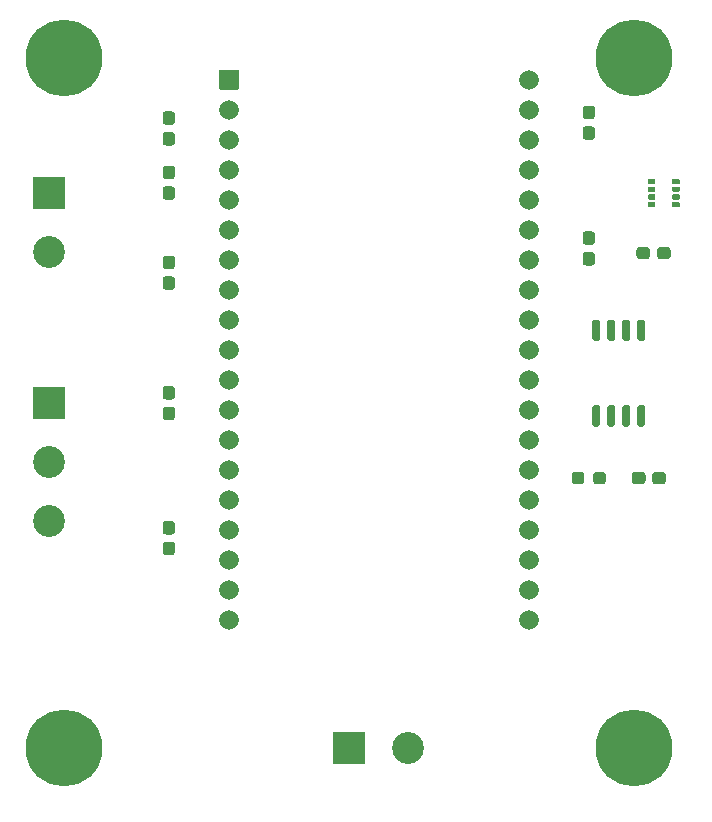
<source format=gbr>
%TF.GenerationSoftware,KiCad,Pcbnew,5.1.9*%
%TF.CreationDate,2021-03-30T17:04:31-04:00*%
%TF.ProjectId,weather_station,77656174-6865-4725-9f73-746174696f6e,rev?*%
%TF.SameCoordinates,Original*%
%TF.FileFunction,Soldermask,Top*%
%TF.FilePolarity,Negative*%
%FSLAX46Y46*%
G04 Gerber Fmt 4.6, Leading zero omitted, Abs format (unit mm)*
G04 Created by KiCad (PCBNEW 5.1.9) date 2021-03-30 17:04:31*
%MOMM*%
%LPD*%
G01*
G04 APERTURE LIST*
%ADD10C,6.500000*%
%ADD11C,2.700000*%
%ADD12C,1.660000*%
G04 APERTURE END LIST*
%TO.C,C3*%
G36*
G01*
X122182500Y-93680000D02*
X121657500Y-93680000D01*
G75*
G02*
X121395000Y-93417500I0J262500D01*
G01*
X121395000Y-92792500D01*
G75*
G02*
X121657500Y-92530000I262500J0D01*
G01*
X122182500Y-92530000D01*
G75*
G02*
X122445000Y-92792500I0J-262500D01*
G01*
X122445000Y-93417500D01*
G75*
G02*
X122182500Y-93680000I-262500J0D01*
G01*
G37*
G36*
G01*
X122182500Y-95430000D02*
X121657500Y-95430000D01*
G75*
G02*
X121395000Y-95167500I0J262500D01*
G01*
X121395000Y-94542500D01*
G75*
G02*
X121657500Y-94280000I262500J0D01*
G01*
X122182500Y-94280000D01*
G75*
G02*
X122445000Y-94542500I0J-262500D01*
G01*
X122445000Y-95167500D01*
G75*
G02*
X122182500Y-95430000I-262500J0D01*
G01*
G37*
%TD*%
%TO.C,R5*%
G36*
G01*
X121657500Y-83245000D02*
X122182500Y-83245000D01*
G75*
G02*
X122445000Y-83507500I0J-262500D01*
G01*
X122445000Y-84132500D01*
G75*
G02*
X122182500Y-84395000I-262500J0D01*
G01*
X121657500Y-84395000D01*
G75*
G02*
X121395000Y-84132500I0J262500D01*
G01*
X121395000Y-83507500D01*
G75*
G02*
X121657500Y-83245000I262500J0D01*
G01*
G37*
G36*
G01*
X121657500Y-81495000D02*
X122182500Y-81495000D01*
G75*
G02*
X122445000Y-81757500I0J-262500D01*
G01*
X122445000Y-82382500D01*
G75*
G02*
X122182500Y-82645000I-262500J0D01*
G01*
X121657500Y-82645000D01*
G75*
G02*
X121395000Y-82382500I0J262500D01*
G01*
X121395000Y-81757500D01*
G75*
G02*
X121657500Y-81495000I262500J0D01*
G01*
G37*
%TD*%
%TO.C,R4*%
G36*
G01*
X122182500Y-105110000D02*
X121657500Y-105110000D01*
G75*
G02*
X121395000Y-104847500I0J262500D01*
G01*
X121395000Y-104222500D01*
G75*
G02*
X121657500Y-103960000I262500J0D01*
G01*
X122182500Y-103960000D01*
G75*
G02*
X122445000Y-104222500I0J-262500D01*
G01*
X122445000Y-104847500D01*
G75*
G02*
X122182500Y-105110000I-262500J0D01*
G01*
G37*
G36*
G01*
X122182500Y-106860000D02*
X121657500Y-106860000D01*
G75*
G02*
X121395000Y-106597500I0J262500D01*
G01*
X121395000Y-105972500D01*
G75*
G02*
X121657500Y-105710000I262500J0D01*
G01*
X122182500Y-105710000D01*
G75*
G02*
X122445000Y-105972500I0J-262500D01*
G01*
X122445000Y-106597500D01*
G75*
G02*
X122182500Y-106860000I-262500J0D01*
G01*
G37*
%TD*%
%TO.C,R3*%
G36*
G01*
X121657500Y-75625000D02*
X122182500Y-75625000D01*
G75*
G02*
X122445000Y-75887500I0J-262500D01*
G01*
X122445000Y-76512500D01*
G75*
G02*
X122182500Y-76775000I-262500J0D01*
G01*
X121657500Y-76775000D01*
G75*
G02*
X121395000Y-76512500I0J262500D01*
G01*
X121395000Y-75887500D01*
G75*
G02*
X121657500Y-75625000I262500J0D01*
G01*
G37*
G36*
G01*
X121657500Y-73875000D02*
X122182500Y-73875000D01*
G75*
G02*
X122445000Y-74137500I0J-262500D01*
G01*
X122445000Y-74762500D01*
G75*
G02*
X122182500Y-75025000I-262500J0D01*
G01*
X121657500Y-75025000D01*
G75*
G02*
X121395000Y-74762500I0J262500D01*
G01*
X121395000Y-74137500D01*
G75*
G02*
X121657500Y-73875000I262500J0D01*
G01*
G37*
%TD*%
%TO.C,C1*%
G36*
G01*
X122182500Y-70425000D02*
X121657500Y-70425000D01*
G75*
G02*
X121395000Y-70162500I0J262500D01*
G01*
X121395000Y-69537500D01*
G75*
G02*
X121657500Y-69275000I262500J0D01*
G01*
X122182500Y-69275000D01*
G75*
G02*
X122445000Y-69537500I0J-262500D01*
G01*
X122445000Y-70162500D01*
G75*
G02*
X122182500Y-70425000I-262500J0D01*
G01*
G37*
G36*
G01*
X122182500Y-72175000D02*
X121657500Y-72175000D01*
G75*
G02*
X121395000Y-71912500I0J262500D01*
G01*
X121395000Y-71287500D01*
G75*
G02*
X121657500Y-71025000I262500J0D01*
G01*
X122182500Y-71025000D01*
G75*
G02*
X122445000Y-71287500I0J-262500D01*
G01*
X122445000Y-71912500D01*
G75*
G02*
X122182500Y-72175000I-262500J0D01*
G01*
G37*
%TD*%
%TO.C,C2*%
G36*
G01*
X161505000Y-81542500D02*
X161505000Y-81017500D01*
G75*
G02*
X161767500Y-80755000I262500J0D01*
G01*
X162392500Y-80755000D01*
G75*
G02*
X162655000Y-81017500I0J-262500D01*
G01*
X162655000Y-81542500D01*
G75*
G02*
X162392500Y-81805000I-262500J0D01*
G01*
X161767500Y-81805000D01*
G75*
G02*
X161505000Y-81542500I0J262500D01*
G01*
G37*
G36*
G01*
X163255000Y-81542500D02*
X163255000Y-81017500D01*
G75*
G02*
X163517500Y-80755000I262500J0D01*
G01*
X164142500Y-80755000D01*
G75*
G02*
X164405000Y-81017500I0J-262500D01*
G01*
X164405000Y-81542500D01*
G75*
G02*
X164142500Y-81805000I-262500J0D01*
G01*
X163517500Y-81805000D01*
G75*
G02*
X163255000Y-81542500I0J262500D01*
G01*
G37*
%TD*%
D10*
%TO.C,H1*%
X113030000Y-64770000D03*
%TD*%
%TO.C,H2*%
X161290000Y-123190000D03*
%TD*%
%TO.C,H3*%
X161290000Y-64770000D03*
%TD*%
%TO.C,H4*%
X113030000Y-123190000D03*
%TD*%
%TO.C,J3*%
G36*
G01*
X135810000Y-124490000D02*
X135810000Y-121890000D01*
G75*
G02*
X135860000Y-121840000I50000J0D01*
G01*
X138460000Y-121840000D01*
G75*
G02*
X138510000Y-121890000I0J-50000D01*
G01*
X138510000Y-124490000D01*
G75*
G02*
X138460000Y-124540000I-50000J0D01*
G01*
X135860000Y-124540000D01*
G75*
G02*
X135810000Y-124490000I0J50000D01*
G01*
G37*
D11*
X142160000Y-123190000D03*
%TD*%
%TO.C,R1*%
G36*
G01*
X157217500Y-68795000D02*
X157742500Y-68795000D01*
G75*
G02*
X158005000Y-69057500I0J-262500D01*
G01*
X158005000Y-69682500D01*
G75*
G02*
X157742500Y-69945000I-262500J0D01*
G01*
X157217500Y-69945000D01*
G75*
G02*
X156955000Y-69682500I0J262500D01*
G01*
X156955000Y-69057500D01*
G75*
G02*
X157217500Y-68795000I262500J0D01*
G01*
G37*
G36*
G01*
X157217500Y-70545000D02*
X157742500Y-70545000D01*
G75*
G02*
X158005000Y-70807500I0J-262500D01*
G01*
X158005000Y-71432500D01*
G75*
G02*
X157742500Y-71695000I-262500J0D01*
G01*
X157217500Y-71695000D01*
G75*
G02*
X156955000Y-71432500I0J262500D01*
G01*
X156955000Y-70807500D01*
G75*
G02*
X157217500Y-70545000I262500J0D01*
G01*
G37*
%TD*%
%TO.C,R2*%
G36*
G01*
X157742500Y-80585000D02*
X157217500Y-80585000D01*
G75*
G02*
X156955000Y-80322500I0J262500D01*
G01*
X156955000Y-79697500D01*
G75*
G02*
X157217500Y-79435000I262500J0D01*
G01*
X157742500Y-79435000D01*
G75*
G02*
X158005000Y-79697500I0J-262500D01*
G01*
X158005000Y-80322500D01*
G75*
G02*
X157742500Y-80585000I-262500J0D01*
G01*
G37*
G36*
G01*
X157742500Y-82335000D02*
X157217500Y-82335000D01*
G75*
G02*
X156955000Y-82072500I0J262500D01*
G01*
X156955000Y-81447500D01*
G75*
G02*
X157217500Y-81185000I262500J0D01*
G01*
X157742500Y-81185000D01*
G75*
G02*
X158005000Y-81447500I0J-262500D01*
G01*
X158005000Y-82072500D01*
G75*
G02*
X157742500Y-82335000I-262500J0D01*
G01*
G37*
%TD*%
%TO.C,U1*%
G36*
G01*
X163055000Y-77400000D02*
X162555000Y-77400000D01*
G75*
G02*
X162505000Y-77350000I0J50000D01*
G01*
X162505000Y-77000000D01*
G75*
G02*
X162555000Y-76950000I50000J0D01*
G01*
X163055000Y-76950000D01*
G75*
G02*
X163105000Y-77000000I0J-50000D01*
G01*
X163105000Y-77350000D01*
G75*
G02*
X163055000Y-77400000I-50000J0D01*
G01*
G37*
G36*
G01*
X163055000Y-76750000D02*
X162555000Y-76750000D01*
G75*
G02*
X162505000Y-76700000I0J50000D01*
G01*
X162505000Y-76350000D01*
G75*
G02*
X162555000Y-76300000I50000J0D01*
G01*
X163055000Y-76300000D01*
G75*
G02*
X163105000Y-76350000I0J-50000D01*
G01*
X163105000Y-76700000D01*
G75*
G02*
X163055000Y-76750000I-50000J0D01*
G01*
G37*
G36*
G01*
X163055000Y-76100000D02*
X162555000Y-76100000D01*
G75*
G02*
X162505000Y-76050000I0J50000D01*
G01*
X162505000Y-75700000D01*
G75*
G02*
X162555000Y-75650000I50000J0D01*
G01*
X163055000Y-75650000D01*
G75*
G02*
X163105000Y-75700000I0J-50000D01*
G01*
X163105000Y-76050000D01*
G75*
G02*
X163055000Y-76100000I-50000J0D01*
G01*
G37*
G36*
G01*
X163055000Y-75450000D02*
X162555000Y-75450000D01*
G75*
G02*
X162505000Y-75400000I0J50000D01*
G01*
X162505000Y-75050000D01*
G75*
G02*
X162555000Y-75000000I50000J0D01*
G01*
X163055000Y-75000000D01*
G75*
G02*
X163105000Y-75050000I0J-50000D01*
G01*
X163105000Y-75400000D01*
G75*
G02*
X163055000Y-75450000I-50000J0D01*
G01*
G37*
G36*
G01*
X165104999Y-75450000D02*
X164604999Y-75450000D01*
G75*
G02*
X164554999Y-75400000I0J50000D01*
G01*
X164554999Y-75050000D01*
G75*
G02*
X164604999Y-75000000I50000J0D01*
G01*
X165104999Y-75000000D01*
G75*
G02*
X165154999Y-75050000I0J-50000D01*
G01*
X165154999Y-75400000D01*
G75*
G02*
X165104999Y-75450000I-50000J0D01*
G01*
G37*
G36*
G01*
X165104999Y-76100000D02*
X164604999Y-76100000D01*
G75*
G02*
X164554999Y-76050000I0J50000D01*
G01*
X164554999Y-75700000D01*
G75*
G02*
X164604999Y-75650000I50000J0D01*
G01*
X165104999Y-75650000D01*
G75*
G02*
X165154999Y-75700000I0J-50000D01*
G01*
X165154999Y-76050000D01*
G75*
G02*
X165104999Y-76100000I-50000J0D01*
G01*
G37*
G36*
G01*
X165104999Y-76750000D02*
X164604999Y-76750000D01*
G75*
G02*
X164554999Y-76700000I0J50000D01*
G01*
X164554999Y-76350000D01*
G75*
G02*
X164604999Y-76300000I50000J0D01*
G01*
X165104999Y-76300000D01*
G75*
G02*
X165154999Y-76350000I0J-50000D01*
G01*
X165154999Y-76700000D01*
G75*
G02*
X165104999Y-76750000I-50000J0D01*
G01*
G37*
G36*
G01*
X165104999Y-77400000D02*
X164604999Y-77400000D01*
G75*
G02*
X164554999Y-77350000I0J50000D01*
G01*
X164554999Y-77000000D01*
G75*
G02*
X164604999Y-76950000I50000J0D01*
G01*
X165104999Y-76950000D01*
G75*
G02*
X165154999Y-77000000I0J-50000D01*
G01*
X165154999Y-77350000D01*
G75*
G02*
X165104999Y-77400000I-50000J0D01*
G01*
G37*
%TD*%
%TO.C,U2*%
G36*
G01*
X126170000Y-67380000D02*
X126170000Y-65820000D01*
G75*
G02*
X126220000Y-65770000I50000J0D01*
G01*
X127780000Y-65770000D01*
G75*
G02*
X127830000Y-65820000I0J-50000D01*
G01*
X127830000Y-67380000D01*
G75*
G02*
X127780000Y-67430000I-50000J0D01*
G01*
X126220000Y-67430000D01*
G75*
G02*
X126170000Y-67380000I0J50000D01*
G01*
G37*
D12*
X127000000Y-69140000D03*
X127000000Y-112320000D03*
X127000000Y-71680000D03*
X127000000Y-74220000D03*
X127000000Y-76760000D03*
X127000000Y-79300000D03*
X127000000Y-81840000D03*
X127000000Y-84380000D03*
X127000000Y-86920000D03*
X127000000Y-89460000D03*
X127000000Y-92000000D03*
X127000000Y-94540000D03*
X127000000Y-97080000D03*
X127000000Y-99620000D03*
X127000000Y-102160000D03*
X127000000Y-104700000D03*
X127000000Y-107240000D03*
X127000000Y-109780000D03*
X152400000Y-66600000D03*
X152400000Y-69140000D03*
X152400000Y-71680000D03*
X152400000Y-74220000D03*
X152400000Y-76760000D03*
X152400000Y-79300000D03*
X152400000Y-81840000D03*
X152400000Y-84380000D03*
X152400000Y-86920000D03*
X152400000Y-89460000D03*
X152400000Y-92000000D03*
X152400000Y-94540000D03*
X152400000Y-97080000D03*
X152400000Y-99620000D03*
X152400000Y-102160000D03*
X152400000Y-104700000D03*
X152400000Y-107240000D03*
X152400000Y-109780000D03*
X152400000Y-112320000D03*
%TD*%
%TO.C,U3*%
G36*
G01*
X158290000Y-95965000D02*
X157940000Y-95965000D01*
G75*
G02*
X157765000Y-95790000I0J175000D01*
G01*
X157765000Y-94315000D01*
G75*
G02*
X157940000Y-94140000I175000J0D01*
G01*
X158290000Y-94140000D01*
G75*
G02*
X158465000Y-94315000I0J-175000D01*
G01*
X158465000Y-95790000D01*
G75*
G02*
X158290000Y-95965000I-175000J0D01*
G01*
G37*
G36*
G01*
X159560000Y-95965000D02*
X159210000Y-95965000D01*
G75*
G02*
X159035000Y-95790000I0J175000D01*
G01*
X159035000Y-94315000D01*
G75*
G02*
X159210000Y-94140000I175000J0D01*
G01*
X159560000Y-94140000D01*
G75*
G02*
X159735000Y-94315000I0J-175000D01*
G01*
X159735000Y-95790000D01*
G75*
G02*
X159560000Y-95965000I-175000J0D01*
G01*
G37*
G36*
G01*
X160830000Y-95965000D02*
X160480000Y-95965000D01*
G75*
G02*
X160305000Y-95790000I0J175000D01*
G01*
X160305000Y-94315000D01*
G75*
G02*
X160480000Y-94140000I175000J0D01*
G01*
X160830000Y-94140000D01*
G75*
G02*
X161005000Y-94315000I0J-175000D01*
G01*
X161005000Y-95790000D01*
G75*
G02*
X160830000Y-95965000I-175000J0D01*
G01*
G37*
G36*
G01*
X162100000Y-95965000D02*
X161750000Y-95965000D01*
G75*
G02*
X161575000Y-95790000I0J175000D01*
G01*
X161575000Y-94315000D01*
G75*
G02*
X161750000Y-94140000I175000J0D01*
G01*
X162100000Y-94140000D01*
G75*
G02*
X162275000Y-94315000I0J-175000D01*
G01*
X162275000Y-95790000D01*
G75*
G02*
X162100000Y-95965000I-175000J0D01*
G01*
G37*
G36*
G01*
X162100000Y-88740000D02*
X161750000Y-88740000D01*
G75*
G02*
X161575000Y-88565000I0J175000D01*
G01*
X161575000Y-87090000D01*
G75*
G02*
X161750000Y-86915000I175000J0D01*
G01*
X162100000Y-86915000D01*
G75*
G02*
X162275000Y-87090000I0J-175000D01*
G01*
X162275000Y-88565000D01*
G75*
G02*
X162100000Y-88740000I-175000J0D01*
G01*
G37*
G36*
G01*
X160830000Y-88740000D02*
X160480000Y-88740000D01*
G75*
G02*
X160305000Y-88565000I0J175000D01*
G01*
X160305000Y-87090000D01*
G75*
G02*
X160480000Y-86915000I175000J0D01*
G01*
X160830000Y-86915000D01*
G75*
G02*
X161005000Y-87090000I0J-175000D01*
G01*
X161005000Y-88565000D01*
G75*
G02*
X160830000Y-88740000I-175000J0D01*
G01*
G37*
G36*
G01*
X159560000Y-88740000D02*
X159210000Y-88740000D01*
G75*
G02*
X159035000Y-88565000I0J175000D01*
G01*
X159035000Y-87090000D01*
G75*
G02*
X159210000Y-86915000I175000J0D01*
G01*
X159560000Y-86915000D01*
G75*
G02*
X159735000Y-87090000I0J-175000D01*
G01*
X159735000Y-88565000D01*
G75*
G02*
X159560000Y-88740000I-175000J0D01*
G01*
G37*
G36*
G01*
X158290000Y-88740000D02*
X157940000Y-88740000D01*
G75*
G02*
X157765000Y-88565000I0J175000D01*
G01*
X157765000Y-87090000D01*
G75*
G02*
X157940000Y-86915000I175000J0D01*
G01*
X158290000Y-86915000D01*
G75*
G02*
X158465000Y-87090000I0J-175000D01*
G01*
X158465000Y-88565000D01*
G75*
G02*
X158290000Y-88740000I-175000J0D01*
G01*
G37*
%TD*%
%TO.C,C4*%
G36*
G01*
X161110000Y-100592500D02*
X161110000Y-100067500D01*
G75*
G02*
X161372500Y-99805000I262500J0D01*
G01*
X162022500Y-99805000D01*
G75*
G02*
X162285000Y-100067500I0J-262500D01*
G01*
X162285000Y-100592500D01*
G75*
G02*
X162022500Y-100855000I-262500J0D01*
G01*
X161372500Y-100855000D01*
G75*
G02*
X161110000Y-100592500I0J262500D01*
G01*
G37*
G36*
G01*
X162835000Y-100592500D02*
X162835000Y-100067500D01*
G75*
G02*
X163097500Y-99805000I262500J0D01*
G01*
X163747500Y-99805000D01*
G75*
G02*
X164010000Y-100067500I0J-262500D01*
G01*
X164010000Y-100592500D01*
G75*
G02*
X163747500Y-100855000I-262500J0D01*
G01*
X163097500Y-100855000D01*
G75*
G02*
X162835000Y-100592500I0J262500D01*
G01*
G37*
%TD*%
%TO.C,R6*%
G36*
G01*
X158930000Y-100067500D02*
X158930000Y-100592500D01*
G75*
G02*
X158667500Y-100855000I-262500J0D01*
G01*
X158117500Y-100855000D01*
G75*
G02*
X157855000Y-100592500I0J262500D01*
G01*
X157855000Y-100067500D01*
G75*
G02*
X158117500Y-99805000I262500J0D01*
G01*
X158667500Y-99805000D01*
G75*
G02*
X158930000Y-100067500I0J-262500D01*
G01*
G37*
G36*
G01*
X157105000Y-100067500D02*
X157105000Y-100592500D01*
G75*
G02*
X156842500Y-100855000I-262500J0D01*
G01*
X156292500Y-100855000D01*
G75*
G02*
X156030000Y-100592500I0J262500D01*
G01*
X156030000Y-100067500D01*
G75*
G02*
X156292500Y-99805000I262500J0D01*
G01*
X156842500Y-99805000D01*
G75*
G02*
X157105000Y-100067500I0J-262500D01*
G01*
G37*
%TD*%
%TO.C,J1*%
G36*
G01*
X110460000Y-74850000D02*
X113060000Y-74850000D01*
G75*
G02*
X113110000Y-74900000I0J-50000D01*
G01*
X113110000Y-77500000D01*
G75*
G02*
X113060000Y-77550000I-50000J0D01*
G01*
X110460000Y-77550000D01*
G75*
G02*
X110410000Y-77500000I0J50000D01*
G01*
X110410000Y-74900000D01*
G75*
G02*
X110460000Y-74850000I50000J0D01*
G01*
G37*
D11*
X111760000Y-81200000D03*
%TD*%
%TO.C,J2*%
G36*
G01*
X110460000Y-92630000D02*
X113060000Y-92630000D01*
G75*
G02*
X113110000Y-92680000I0J-50000D01*
G01*
X113110000Y-95280000D01*
G75*
G02*
X113060000Y-95330000I-50000J0D01*
G01*
X110460000Y-95330000D01*
G75*
G02*
X110410000Y-95280000I0J50000D01*
G01*
X110410000Y-92680000D01*
G75*
G02*
X110460000Y-92630000I50000J0D01*
G01*
G37*
X111760000Y-98980000D03*
X111760000Y-103980000D03*
%TD*%
M02*

</source>
